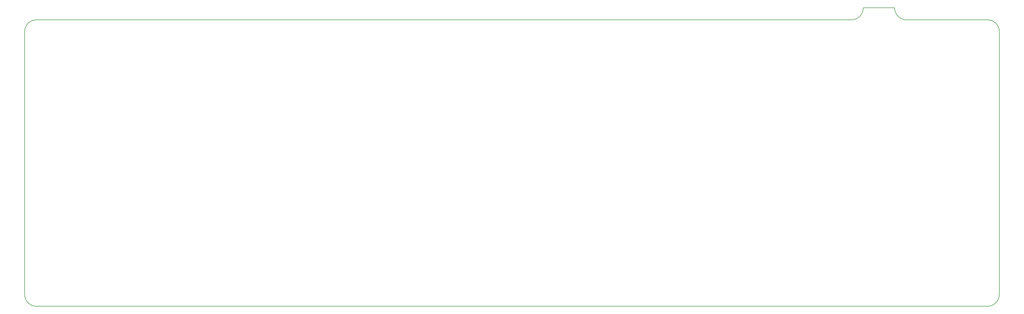
<source format=gbr>
G04 #@! TF.GenerationSoftware,KiCad,Pcbnew,(5.1.4)-1*
G04 #@! TF.CreationDate,2020-07-02T22:35:46-04:00*
G04 #@! TF.ProjectId,soph68,736f7068-3638-42e6-9b69-6361645f7063,rev?*
G04 #@! TF.SameCoordinates,Original*
G04 #@! TF.FileFunction,Profile,NP*
%FSLAX46Y46*%
G04 Gerber Fmt 4.6, Leading zero omitted, Abs format (unit mm)*
G04 Created by KiCad (PCBNEW (5.1.4)-1) date 2020-07-02 22:35:46*
%MOMM*%
%LPD*%
G04 APERTURE LIST*
%ADD10C,0.200000*%
G04 APERTURE END LIST*
D10*
X302514000Y-47625000D02*
X27781250Y-47625000D01*
X321183000Y-47625000D02*
X348456250Y-47625000D01*
X306578000Y-43561000D02*
X317119000Y-43561000D01*
X321183000Y-47625000D02*
G75*
G02X317119000Y-43561000I0J4064000D01*
G01*
X306578000Y-43561000D02*
G75*
G02X302514000Y-47625000I-4064000J0D01*
G01*
X27781250Y-144462500D02*
G75*
G02X23812500Y-140493750I0J3968750D01*
G01*
X23812500Y-51593750D02*
G75*
G02X27781250Y-47625000I3968750J0D01*
G01*
X348456250Y-47625000D02*
G75*
G02X352425000Y-51593750I0J-3968750D01*
G01*
X352425000Y-140493750D02*
G75*
G02X348456250Y-144462500I-3968750J0D01*
G01*
X352425000Y-51593750D02*
X352425000Y-140493750D01*
X348456250Y-144462500D02*
X27781250Y-144462500D01*
X23812500Y-140493750D02*
X23812500Y-51593750D01*
M02*

</source>
